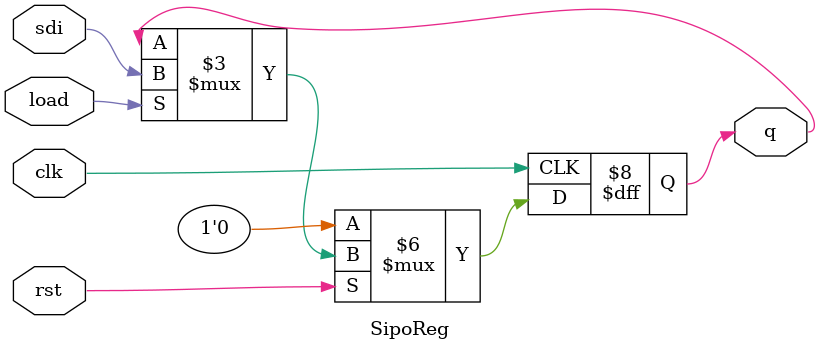
<source format=v>
module SipoReg #(parameter N=1)(
	input wire clk,
	input wire rst,
	input wire load,
	input wire sdi,
	output reg [N-1:0] q,
);
	always @(posedge clk)
	begin
		if(!rst)
			q <= 0;
		else
			if(load)
				q <= {q[N-2:0],sdi};
	end
endmodule

</source>
